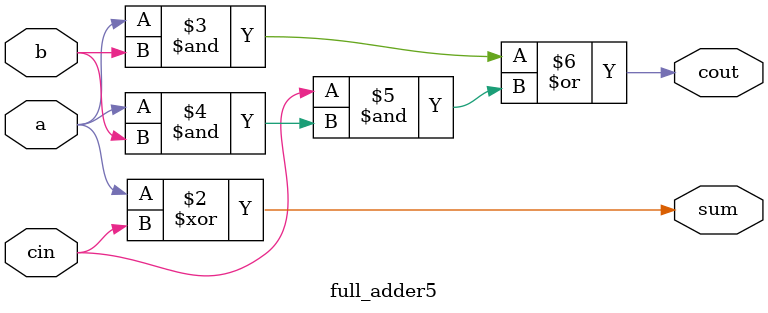
<source format=v>
module full_adder5(a,b,cin,sum,cout);
input a,b,cin;
output sum,cout;
assign sum = a^1'b0^cin;
assign cout = a&b|cin&(a&b); 
// initial begin
//     $display("The incorrect adder with xor0 having in2/0");
// end   
endmodule
</source>
